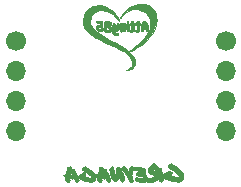
<source format=gbr>
G04 #@! TF.GenerationSoftware,KiCad,Pcbnew,5.1.5-52549c5~84~ubuntu18.04.1*
G04 #@! TF.CreationDate,2019-12-27T14:58:41-07:00*
G04 #@! TF.ProjectId,001,3030312e-6b69-4636-9164-5f7063625858,rev?*
G04 #@! TF.SameCoordinates,Original*
G04 #@! TF.FileFunction,Copper,L2,Bot*
G04 #@! TF.FilePolarity,Positive*
%FSLAX46Y46*%
G04 Gerber Fmt 4.6, Leading zero omitted, Abs format (unit mm)*
G04 Created by KiCad (PCBNEW 5.1.5-52549c5~84~ubuntu18.04.1) date 2019-12-27 14:58:41*
%MOMM*%
%LPD*%
G04 APERTURE LIST*
%ADD10C,0.010000*%
%ADD11O,1.700000X1.700000*%
%ADD12C,1.700000*%
G04 APERTURE END LIST*
D10*
G36*
X140956521Y-79540033D02*
G01*
X140978843Y-79581818D01*
X140978693Y-79597624D01*
X140955658Y-79636793D01*
X140909612Y-79649951D01*
X140853350Y-79633672D01*
X140850409Y-79631971D01*
X140818979Y-79595389D01*
X140817800Y-79552572D01*
X140846209Y-79520536D01*
X140854901Y-79517071D01*
X140910582Y-79515440D01*
X140956521Y-79540033D01*
G37*
X140956521Y-79540033D02*
X140978843Y-79581818D01*
X140978693Y-79597624D01*
X140955658Y-79636793D01*
X140909612Y-79649951D01*
X140853350Y-79633672D01*
X140850409Y-79631971D01*
X140818979Y-79595389D01*
X140817800Y-79552572D01*
X140846209Y-79520536D01*
X140854901Y-79517071D01*
X140910582Y-79515440D01*
X140956521Y-79540033D01*
G36*
X140913919Y-79721787D02*
G01*
X140957081Y-79738923D01*
X140988374Y-79781727D01*
X141009083Y-79854394D01*
X141020496Y-79961115D01*
X141023839Y-80079867D01*
X141021042Y-80214981D01*
X141010074Y-80312247D01*
X140989811Y-80375561D01*
X140959127Y-80408818D01*
X140926633Y-80416400D01*
X140884608Y-80404738D01*
X140853278Y-80363388D01*
X140844037Y-80342997D01*
X140829908Y-80285421D01*
X140819928Y-80198312D01*
X140814305Y-80094263D01*
X140813249Y-79985867D01*
X140816967Y-79885716D01*
X140825670Y-79806403D01*
X140834544Y-79770790D01*
X140859810Y-79729919D01*
X140901331Y-79720685D01*
X140913919Y-79721787D01*
G37*
X140913919Y-79721787D02*
X140957081Y-79738923D01*
X140988374Y-79781727D01*
X141009083Y-79854394D01*
X141020496Y-79961115D01*
X141023839Y-80079867D01*
X141021042Y-80214981D01*
X141010074Y-80312247D01*
X140989811Y-80375561D01*
X140959127Y-80408818D01*
X140926633Y-80416400D01*
X140884608Y-80404738D01*
X140853278Y-80363388D01*
X140844037Y-80342997D01*
X140829908Y-80285421D01*
X140819928Y-80198312D01*
X140814305Y-80094263D01*
X140813249Y-79985867D01*
X140816967Y-79885716D01*
X140825670Y-79806403D01*
X140834544Y-79770790D01*
X140859810Y-79729919D01*
X140901331Y-79720685D01*
X140913919Y-79721787D01*
G36*
X142409311Y-79539150D02*
G01*
X142474809Y-79605508D01*
X142533386Y-79705732D01*
X142583231Y-79837707D01*
X142622530Y-79999315D01*
X142637109Y-80086758D01*
X142650390Y-80221930D01*
X142645481Y-80320166D01*
X142622103Y-80382885D01*
X142579976Y-80411509D01*
X142573040Y-80412809D01*
X142512768Y-80402083D01*
X142463834Y-80356266D01*
X142433011Y-80282357D01*
X142429591Y-80264663D01*
X142412023Y-80204467D01*
X142384176Y-80183351D01*
X142382287Y-80183278D01*
X142333275Y-80177588D01*
X142303184Y-80170973D01*
X142276323Y-80168143D01*
X142261085Y-80184322D01*
X142252103Y-80228762D01*
X142248150Y-80265810D01*
X142237013Y-80334524D01*
X142220281Y-80388699D01*
X142210950Y-80405115D01*
X142163502Y-80433346D01*
X142106086Y-80431910D01*
X142059500Y-80402321D01*
X142043021Y-80358317D01*
X142034228Y-80282182D01*
X142032782Y-80183350D01*
X142038344Y-80071255D01*
X142050574Y-79955333D01*
X142054096Y-79934398D01*
X142274101Y-79934398D01*
X142280043Y-79962515D01*
X142302629Y-79971255D01*
X142326818Y-79971900D01*
X142363347Y-79969090D01*
X142377957Y-79952807D01*
X142376963Y-79911268D01*
X142373574Y-79884671D01*
X142358424Y-79816932D01*
X142336652Y-79772929D01*
X142312765Y-79760304D01*
X142303487Y-79765891D01*
X142293231Y-79793411D01*
X142282907Y-79847330D01*
X142279215Y-79875605D01*
X142274101Y-79934398D01*
X142054096Y-79934398D01*
X142069135Y-79845018D01*
X142081440Y-79791984D01*
X142111101Y-79692347D01*
X142141744Y-79623676D01*
X142178661Y-79574822D01*
X142189444Y-79564442D01*
X142264815Y-79516501D01*
X142338709Y-79508776D01*
X142409311Y-79539150D01*
G37*
X142409311Y-79539150D02*
X142474809Y-79605508D01*
X142533386Y-79705732D01*
X142583231Y-79837707D01*
X142622530Y-79999315D01*
X142637109Y-80086758D01*
X142650390Y-80221930D01*
X142645481Y-80320166D01*
X142622103Y-80382885D01*
X142579976Y-80411509D01*
X142573040Y-80412809D01*
X142512768Y-80402083D01*
X142463834Y-80356266D01*
X142433011Y-80282357D01*
X142429591Y-80264663D01*
X142412023Y-80204467D01*
X142384176Y-80183351D01*
X142382287Y-80183278D01*
X142333275Y-80177588D01*
X142303184Y-80170973D01*
X142276323Y-80168143D01*
X142261085Y-80184322D01*
X142252103Y-80228762D01*
X142248150Y-80265810D01*
X142237013Y-80334524D01*
X142220281Y-80388699D01*
X142210950Y-80405115D01*
X142163502Y-80433346D01*
X142106086Y-80431910D01*
X142059500Y-80402321D01*
X142043021Y-80358317D01*
X142034228Y-80282182D01*
X142032782Y-80183350D01*
X142038344Y-80071255D01*
X142050574Y-79955333D01*
X142054096Y-79934398D01*
X142274101Y-79934398D01*
X142280043Y-79962515D01*
X142302629Y-79971255D01*
X142326818Y-79971900D01*
X142363347Y-79969090D01*
X142377957Y-79952807D01*
X142376963Y-79911268D01*
X142373574Y-79884671D01*
X142358424Y-79816932D01*
X142336652Y-79772929D01*
X142312765Y-79760304D01*
X142303487Y-79765891D01*
X142293231Y-79793411D01*
X142282907Y-79847330D01*
X142279215Y-79875605D01*
X142274101Y-79934398D01*
X142054096Y-79934398D01*
X142069135Y-79845018D01*
X142081440Y-79791984D01*
X142111101Y-79692347D01*
X142141744Y-79623676D01*
X142178661Y-79574822D01*
X142189444Y-79564442D01*
X142264815Y-79516501D01*
X142338709Y-79508776D01*
X142409311Y-79539150D01*
G36*
X138542862Y-79524088D02*
G01*
X138645422Y-79540941D01*
X138713341Y-79558737D01*
X138753740Y-79585351D01*
X138773740Y-79628654D01*
X138780463Y-79696521D01*
X138781043Y-79787437D01*
X138779230Y-79876183D01*
X138774648Y-79949897D01*
X138768121Y-79997554D01*
X138764570Y-80007887D01*
X138718555Y-80044119D01*
X138647596Y-80059294D01*
X138566060Y-80050818D01*
X138506809Y-80040312D01*
X138462330Y-80040222D01*
X138456707Y-80041741D01*
X138424576Y-80074331D01*
X138414321Y-80129680D01*
X138424010Y-80179065D01*
X138457145Y-80214570D01*
X138513311Y-80226465D01*
X138579839Y-80213891D01*
X138622138Y-80192518D01*
X138686642Y-80165496D01*
X138739329Y-80171669D01*
X138771950Y-80208884D01*
X138777662Y-80233064D01*
X138766815Y-80303169D01*
X138722631Y-80361703D01*
X138653317Y-80405234D01*
X138567080Y-80430329D01*
X138472127Y-80433557D01*
X138376664Y-80411483D01*
X138363742Y-80406185D01*
X138286886Y-80350805D01*
X138234273Y-80266272D01*
X138210740Y-80161057D01*
X138209946Y-80136938D01*
X138222919Y-80023317D01*
X138263158Y-79941699D01*
X138332333Y-79890366D01*
X138432112Y-79867603D01*
X138473399Y-79866067D01*
X138532343Y-79864504D01*
X138560412Y-79854059D01*
X138569063Y-79826101D01*
X138569700Y-79793507D01*
X138567864Y-79752011D01*
X138555507Y-79728858D01*
X138522355Y-79716405D01*
X138458137Y-79707008D01*
X138452495Y-79706302D01*
X138351671Y-79684845D01*
X138286267Y-79650979D01*
X138258615Y-79606322D01*
X138261505Y-79573760D01*
X138288434Y-79534861D01*
X138341509Y-79514150D01*
X138425103Y-79510854D01*
X138542862Y-79524088D01*
G37*
X138542862Y-79524088D02*
X138645422Y-79540941D01*
X138713341Y-79558737D01*
X138753740Y-79585351D01*
X138773740Y-79628654D01*
X138780463Y-79696521D01*
X138781043Y-79787437D01*
X138779230Y-79876183D01*
X138774648Y-79949897D01*
X138768121Y-79997554D01*
X138764570Y-80007887D01*
X138718555Y-80044119D01*
X138647596Y-80059294D01*
X138566060Y-80050818D01*
X138506809Y-80040312D01*
X138462330Y-80040222D01*
X138456707Y-80041741D01*
X138424576Y-80074331D01*
X138414321Y-80129680D01*
X138424010Y-80179065D01*
X138457145Y-80214570D01*
X138513311Y-80226465D01*
X138579839Y-80213891D01*
X138622138Y-80192518D01*
X138686642Y-80165496D01*
X138739329Y-80171669D01*
X138771950Y-80208884D01*
X138777662Y-80233064D01*
X138766815Y-80303169D01*
X138722631Y-80361703D01*
X138653317Y-80405234D01*
X138567080Y-80430329D01*
X138472127Y-80433557D01*
X138376664Y-80411483D01*
X138363742Y-80406185D01*
X138286886Y-80350805D01*
X138234273Y-80266272D01*
X138210740Y-80161057D01*
X138209946Y-80136938D01*
X138222919Y-80023317D01*
X138263158Y-79941699D01*
X138332333Y-79890366D01*
X138432112Y-79867603D01*
X138473399Y-79866067D01*
X138532343Y-79864504D01*
X138560412Y-79854059D01*
X138569063Y-79826101D01*
X138569700Y-79793507D01*
X138567864Y-79752011D01*
X138555507Y-79728858D01*
X138522355Y-79716405D01*
X138458137Y-79707008D01*
X138452495Y-79706302D01*
X138351671Y-79684845D01*
X138286267Y-79650979D01*
X138258615Y-79606322D01*
X138261505Y-79573760D01*
X138288434Y-79534861D01*
X138341509Y-79514150D01*
X138425103Y-79510854D01*
X138542862Y-79524088D01*
G36*
X141799530Y-79517209D02*
G01*
X141830577Y-79556791D01*
X141841030Y-79579637D01*
X141861685Y-79640357D01*
X141871558Y-79691573D01*
X141871700Y-79696054D01*
X141886509Y-79732247D01*
X141909324Y-79739067D01*
X141967207Y-79751916D01*
X142009372Y-79783875D01*
X142032062Y-79825063D01*
X142031519Y-79865598D01*
X142003985Y-79895599D01*
X141972242Y-79904514D01*
X141914034Y-79911212D01*
X141914034Y-80109893D01*
X141911577Y-80203462D01*
X141905004Y-80285980D01*
X141895509Y-80344718D01*
X141890533Y-80360153D01*
X141841247Y-80418633D01*
X141758548Y-80451267D01*
X141673666Y-80458734D01*
X141585374Y-80448500D01*
X141532783Y-80417023D01*
X141514328Y-80363142D01*
X141515343Y-80341273D01*
X141525092Y-80300087D01*
X141550584Y-80279307D01*
X141604916Y-80268511D01*
X141607117Y-80268234D01*
X141691784Y-80257650D01*
X141698263Y-80131532D01*
X141699414Y-80023609D01*
X141687076Y-79951763D01*
X141657243Y-79910813D01*
X141605910Y-79895580D01*
X141529071Y-79900883D01*
X141520914Y-79902166D01*
X141448367Y-79913939D01*
X141448367Y-80111257D01*
X141444959Y-80233881D01*
X141433332Y-80321530D01*
X141411382Y-80381117D01*
X141377007Y-80419556D01*
X141349787Y-80435233D01*
X141284226Y-80452869D01*
X141205257Y-80457827D01*
X141131001Y-80450375D01*
X141080180Y-80431231D01*
X141050947Y-80384621D01*
X141049676Y-80341273D01*
X141059425Y-80300087D01*
X141084917Y-80279307D01*
X141139249Y-80268511D01*
X141141450Y-80268234D01*
X141226117Y-80257650D01*
X141226117Y-79922760D01*
X141153450Y-79898294D01*
X141084645Y-79863021D01*
X141053350Y-79820823D01*
X141059720Y-79778743D01*
X141103912Y-79743819D01*
X141149706Y-79728995D01*
X141190957Y-79713295D01*
X141201660Y-79681824D01*
X141199114Y-79655982D01*
X141202286Y-79584134D01*
X141230710Y-79531057D01*
X141278451Y-79506777D01*
X141287770Y-79506234D01*
X141343206Y-79521508D01*
X141379768Y-79569768D01*
X141399852Y-79651424D01*
X141412072Y-79707634D01*
X141435491Y-79735384D01*
X141470990Y-79746766D01*
X141535569Y-79748334D01*
X141595491Y-79736259D01*
X141642177Y-79711771D01*
X141658940Y-79673277D01*
X141660034Y-79650938D01*
X141672393Y-79570316D01*
X141707871Y-79520961D01*
X141757108Y-79506234D01*
X141799530Y-79517209D01*
G37*
X141799530Y-79517209D02*
X141830577Y-79556791D01*
X141841030Y-79579637D01*
X141861685Y-79640357D01*
X141871558Y-79691573D01*
X141871700Y-79696054D01*
X141886509Y-79732247D01*
X141909324Y-79739067D01*
X141967207Y-79751916D01*
X142009372Y-79783875D01*
X142032062Y-79825063D01*
X142031519Y-79865598D01*
X142003985Y-79895599D01*
X141972242Y-79904514D01*
X141914034Y-79911212D01*
X141914034Y-80109893D01*
X141911577Y-80203462D01*
X141905004Y-80285980D01*
X141895509Y-80344718D01*
X141890533Y-80360153D01*
X141841247Y-80418633D01*
X141758548Y-80451267D01*
X141673666Y-80458734D01*
X141585374Y-80448500D01*
X141532783Y-80417023D01*
X141514328Y-80363142D01*
X141515343Y-80341273D01*
X141525092Y-80300087D01*
X141550584Y-80279307D01*
X141604916Y-80268511D01*
X141607117Y-80268234D01*
X141691784Y-80257650D01*
X141698263Y-80131532D01*
X141699414Y-80023609D01*
X141687076Y-79951763D01*
X141657243Y-79910813D01*
X141605910Y-79895580D01*
X141529071Y-79900883D01*
X141520914Y-79902166D01*
X141448367Y-79913939D01*
X141448367Y-80111257D01*
X141444959Y-80233881D01*
X141433332Y-80321530D01*
X141411382Y-80381117D01*
X141377007Y-80419556D01*
X141349787Y-80435233D01*
X141284226Y-80452869D01*
X141205257Y-80457827D01*
X141131001Y-80450375D01*
X141080180Y-80431231D01*
X141050947Y-80384621D01*
X141049676Y-80341273D01*
X141059425Y-80300087D01*
X141084917Y-80279307D01*
X141139249Y-80268511D01*
X141141450Y-80268234D01*
X141226117Y-80257650D01*
X141226117Y-79922760D01*
X141153450Y-79898294D01*
X141084645Y-79863021D01*
X141053350Y-79820823D01*
X141059720Y-79778743D01*
X141103912Y-79743819D01*
X141149706Y-79728995D01*
X141190957Y-79713295D01*
X141201660Y-79681824D01*
X141199114Y-79655982D01*
X141202286Y-79584134D01*
X141230710Y-79531057D01*
X141278451Y-79506777D01*
X141287770Y-79506234D01*
X141343206Y-79521508D01*
X141379768Y-79569768D01*
X141399852Y-79651424D01*
X141412072Y-79707634D01*
X141435491Y-79735384D01*
X141470990Y-79746766D01*
X141535569Y-79748334D01*
X141595491Y-79736259D01*
X141642177Y-79711771D01*
X141658940Y-79673277D01*
X141660034Y-79650938D01*
X141672393Y-79570316D01*
X141707871Y-79520961D01*
X141757108Y-79506234D01*
X141799530Y-79517209D01*
G36*
X140695224Y-79719312D02*
G01*
X140721736Y-79762612D01*
X140738559Y-79834924D01*
X140746916Y-79940911D01*
X140748360Y-80045984D01*
X140743973Y-80194902D01*
X140731589Y-80305144D01*
X140710448Y-80379743D01*
X140679791Y-80421732D01*
X140651369Y-80433480D01*
X140599248Y-80422971D01*
X140563179Y-80374058D01*
X140543005Y-80286402D01*
X140538200Y-80190436D01*
X140532136Y-80075758D01*
X140514746Y-79991564D01*
X140487232Y-79941846D01*
X140459582Y-79929567D01*
X140446805Y-79936375D01*
X140439676Y-79961222D01*
X140437771Y-80010739D01*
X140440669Y-80091557D01*
X140444796Y-80161929D01*
X140450435Y-80275066D01*
X140450320Y-80352743D01*
X140444152Y-80401482D01*
X140432758Y-80426512D01*
X140391380Y-80455941D01*
X140349363Y-80443938D01*
X140305475Y-80390322D01*
X140266717Y-80304271D01*
X140239398Y-80198846D01*
X140223987Y-80084508D01*
X140220956Y-79971716D01*
X140230775Y-79870932D01*
X140253915Y-79792615D01*
X140277020Y-79758007D01*
X140332822Y-79725986D01*
X140404756Y-79713525D01*
X140473493Y-79722145D01*
X140507420Y-79739871D01*
X140538155Y-79753974D01*
X140571836Y-79736139D01*
X140579356Y-79729549D01*
X140624280Y-79704094D01*
X140657802Y-79700357D01*
X140695224Y-79719312D01*
G37*
X140695224Y-79719312D02*
X140721736Y-79762612D01*
X140738559Y-79834924D01*
X140746916Y-79940911D01*
X140748360Y-80045984D01*
X140743973Y-80194902D01*
X140731589Y-80305144D01*
X140710448Y-80379743D01*
X140679791Y-80421732D01*
X140651369Y-80433480D01*
X140599248Y-80422971D01*
X140563179Y-80374058D01*
X140543005Y-80286402D01*
X140538200Y-80190436D01*
X140532136Y-80075758D01*
X140514746Y-79991564D01*
X140487232Y-79941846D01*
X140459582Y-79929567D01*
X140446805Y-79936375D01*
X140439676Y-79961222D01*
X140437771Y-80010739D01*
X140440669Y-80091557D01*
X140444796Y-80161929D01*
X140450435Y-80275066D01*
X140450320Y-80352743D01*
X140444152Y-80401482D01*
X140432758Y-80426512D01*
X140391380Y-80455941D01*
X140349363Y-80443938D01*
X140305475Y-80390322D01*
X140266717Y-80304271D01*
X140239398Y-80198846D01*
X140223987Y-80084508D01*
X140220956Y-79971716D01*
X140230775Y-79870932D01*
X140253915Y-79792615D01*
X140277020Y-79758007D01*
X140332822Y-79725986D01*
X140404756Y-79713525D01*
X140473493Y-79722145D01*
X140507420Y-79739871D01*
X140538155Y-79753974D01*
X140571836Y-79736139D01*
X140579356Y-79729549D01*
X140624280Y-79704094D01*
X140657802Y-79700357D01*
X140695224Y-79719312D01*
G36*
X139251641Y-79530366D02*
G01*
X139346345Y-79563727D01*
X139427287Y-79615211D01*
X139428619Y-79616371D01*
X139476005Y-79665116D01*
X139496852Y-79712978D01*
X139501034Y-79770123D01*
X139492324Y-79843904D01*
X139460740Y-79899438D01*
X139445453Y-79915875D01*
X139389872Y-79971455D01*
X139466620Y-80056405D01*
X139515447Y-80118091D01*
X139538331Y-80172320D01*
X139543367Y-80227353D01*
X139534293Y-80315439D01*
X139501780Y-80377281D01*
X139437890Y-80426029D01*
X139416502Y-80437498D01*
X139311195Y-80471007D01*
X139190501Y-80477847D01*
X139071993Y-80457916D01*
X139023120Y-80439761D01*
X138929420Y-80378443D01*
X138868671Y-80299176D01*
X138842169Y-80209461D01*
X138843379Y-80197057D01*
X139061830Y-80197057D01*
X139089709Y-80248642D01*
X139143644Y-80280419D01*
X139214151Y-80288157D01*
X139282290Y-80270854D01*
X139300620Y-80259778D01*
X139327422Y-80233291D01*
X139325150Y-80202599D01*
X139312919Y-80177441D01*
X139272015Y-80126514D01*
X139232456Y-80096763D01*
X139187029Y-80079997D01*
X139144634Y-80089591D01*
X139123811Y-80100452D01*
X139072624Y-80145258D01*
X139061830Y-80197057D01*
X138843379Y-80197057D01*
X138851212Y-80116799D01*
X138897098Y-80028693D01*
X138943677Y-79980440D01*
X138996166Y-79936062D01*
X138941683Y-79855778D01*
X138896311Y-79762446D01*
X138893452Y-79728964D01*
X139106337Y-79728964D01*
X139107668Y-79771015D01*
X139137993Y-79802673D01*
X139184325Y-79818976D01*
X139233673Y-79814959D01*
X139268945Y-79791086D01*
X139283200Y-79754826D01*
X139257673Y-79726740D01*
X139191309Y-79705704D01*
X139188490Y-79705133D01*
X139137603Y-79700753D01*
X139111894Y-79717424D01*
X139106337Y-79728964D01*
X138893452Y-79728964D01*
X138889162Y-79678751D01*
X138916513Y-79608601D01*
X138974644Y-79555903D01*
X139059832Y-79524564D01*
X139168356Y-79518490D01*
X139251641Y-79530366D01*
G37*
X139251641Y-79530366D02*
X139346345Y-79563727D01*
X139427287Y-79615211D01*
X139428619Y-79616371D01*
X139476005Y-79665116D01*
X139496852Y-79712978D01*
X139501034Y-79770123D01*
X139492324Y-79843904D01*
X139460740Y-79899438D01*
X139445453Y-79915875D01*
X139389872Y-79971455D01*
X139466620Y-80056405D01*
X139515447Y-80118091D01*
X139538331Y-80172320D01*
X139543367Y-80227353D01*
X139534293Y-80315439D01*
X139501780Y-80377281D01*
X139437890Y-80426029D01*
X139416502Y-80437498D01*
X139311195Y-80471007D01*
X139190501Y-80477847D01*
X139071993Y-80457916D01*
X139023120Y-80439761D01*
X138929420Y-80378443D01*
X138868671Y-80299176D01*
X138842169Y-80209461D01*
X138843379Y-80197057D01*
X139061830Y-80197057D01*
X139089709Y-80248642D01*
X139143644Y-80280419D01*
X139214151Y-80288157D01*
X139282290Y-80270854D01*
X139300620Y-80259778D01*
X139327422Y-80233291D01*
X139325150Y-80202599D01*
X139312919Y-80177441D01*
X139272015Y-80126514D01*
X139232456Y-80096763D01*
X139187029Y-80079997D01*
X139144634Y-80089591D01*
X139123811Y-80100452D01*
X139072624Y-80145258D01*
X139061830Y-80197057D01*
X138843379Y-80197057D01*
X138851212Y-80116799D01*
X138897098Y-80028693D01*
X138943677Y-79980440D01*
X138996166Y-79936062D01*
X138941683Y-79855778D01*
X138896311Y-79762446D01*
X138893452Y-79728964D01*
X139106337Y-79728964D01*
X139107668Y-79771015D01*
X139137993Y-79802673D01*
X139184325Y-79818976D01*
X139233673Y-79814959D01*
X139268945Y-79791086D01*
X139283200Y-79754826D01*
X139257673Y-79726740D01*
X139191309Y-79705704D01*
X139188490Y-79705133D01*
X139137603Y-79700753D01*
X139111894Y-79717424D01*
X139106337Y-79728964D01*
X138893452Y-79728964D01*
X138889162Y-79678751D01*
X138916513Y-79608601D01*
X138974644Y-79555903D01*
X139059832Y-79524564D01*
X139168356Y-79518490D01*
X139251641Y-79530366D01*
G36*
X140082431Y-79725292D02*
G01*
X140121120Y-79760859D01*
X140150988Y-79828359D01*
X140170543Y-79918029D01*
X140178295Y-80020108D01*
X140172751Y-80124832D01*
X140156353Y-80209062D01*
X140115514Y-80290954D01*
X140051419Y-80346812D01*
X139973733Y-80372658D01*
X139892120Y-80364514D01*
X139841156Y-80338838D01*
X139790860Y-80303608D01*
X139802791Y-80392561D01*
X139818896Y-80463132D01*
X139843550Y-80524588D01*
X139849266Y-80534234D01*
X139874489Y-80565668D01*
X139904944Y-80578527D01*
X139955681Y-80577121D01*
X139986043Y-80573394D01*
X140061061Y-80569386D01*
X140101610Y-80584540D01*
X140112514Y-80622273D01*
X140106469Y-80658644D01*
X140073072Y-80706263D01*
X140008798Y-80742108D01*
X139928010Y-80768548D01*
X139865358Y-80772255D01*
X139807950Y-80756040D01*
X139727973Y-80700138D01*
X139665841Y-80606251D01*
X139621773Y-80474882D01*
X139595985Y-80306534D01*
X139592354Y-80257650D01*
X139589630Y-80100531D01*
X139600945Y-79966668D01*
X139625189Y-79860064D01*
X139661250Y-79784721D01*
X139708015Y-79744643D01*
X139736403Y-79739067D01*
X139780024Y-79758396D01*
X139807294Y-79816489D01*
X139818280Y-79913504D01*
X139818534Y-79934713D01*
X139827364Y-80030353D01*
X139852920Y-80092215D01*
X139893797Y-80117652D01*
X139915183Y-80116840D01*
X139936569Y-80106951D01*
X139950878Y-80081349D01*
X139960843Y-80031310D01*
X139969197Y-79948108D01*
X139969611Y-79943050D01*
X139984738Y-79830126D01*
X140008873Y-79757385D01*
X140042704Y-79723500D01*
X140082431Y-79725292D01*
G37*
X140082431Y-79725292D02*
X140121120Y-79760859D01*
X140150988Y-79828359D01*
X140170543Y-79918029D01*
X140178295Y-80020108D01*
X140172751Y-80124832D01*
X140156353Y-80209062D01*
X140115514Y-80290954D01*
X140051419Y-80346812D01*
X139973733Y-80372658D01*
X139892120Y-80364514D01*
X139841156Y-80338838D01*
X139790860Y-80303608D01*
X139802791Y-80392561D01*
X139818896Y-80463132D01*
X139843550Y-80524588D01*
X139849266Y-80534234D01*
X139874489Y-80565668D01*
X139904944Y-80578527D01*
X139955681Y-80577121D01*
X139986043Y-80573394D01*
X140061061Y-80569386D01*
X140101610Y-80584540D01*
X140112514Y-80622273D01*
X140106469Y-80658644D01*
X140073072Y-80706263D01*
X140008798Y-80742108D01*
X139928010Y-80768548D01*
X139865358Y-80772255D01*
X139807950Y-80756040D01*
X139727973Y-80700138D01*
X139665841Y-80606251D01*
X139621773Y-80474882D01*
X139595985Y-80306534D01*
X139592354Y-80257650D01*
X139589630Y-80100531D01*
X139600945Y-79966668D01*
X139625189Y-79860064D01*
X139661250Y-79784721D01*
X139708015Y-79744643D01*
X139736403Y-79739067D01*
X139780024Y-79758396D01*
X139807294Y-79816489D01*
X139818280Y-79913504D01*
X139818534Y-79934713D01*
X139827364Y-80030353D01*
X139852920Y-80092215D01*
X139893797Y-80117652D01*
X139915183Y-80116840D01*
X139936569Y-80106951D01*
X139950878Y-80081349D01*
X139960843Y-80031310D01*
X139969197Y-79948108D01*
X139969611Y-79943050D01*
X139984738Y-79830126D01*
X140008873Y-79757385D01*
X140042704Y-79723500D01*
X140082431Y-79725292D01*
G36*
X142121729Y-78115971D02*
G01*
X142376099Y-78148033D01*
X142601470Y-78210407D01*
X142798760Y-78303454D01*
X142968887Y-78427533D01*
X143008404Y-78464548D01*
X143144418Y-78622965D01*
X143246744Y-78798553D01*
X143316260Y-78994190D01*
X143353845Y-79212754D01*
X143360378Y-79457126D01*
X143352186Y-79590900D01*
X143309396Y-79848897D01*
X143226625Y-80111112D01*
X143105636Y-80374724D01*
X142948192Y-80636914D01*
X142756056Y-80894863D01*
X142530992Y-81145751D01*
X142274762Y-81386759D01*
X142178309Y-81468040D01*
X142052654Y-81564456D01*
X141901342Y-81670348D01*
X141737173Y-81777495D01*
X141572946Y-81877676D01*
X141421460Y-81962672D01*
X141356018Y-81996159D01*
X141239587Y-82051870D01*
X141156454Y-82087947D01*
X141103018Y-82105507D01*
X141075680Y-82105672D01*
X141070841Y-82089559D01*
X141072286Y-82084391D01*
X141091513Y-82063879D01*
X141139202Y-82023529D01*
X141209366Y-81968114D01*
X141296020Y-81902402D01*
X141357775Y-81856850D01*
X141679970Y-81607971D01*
X141961192Y-81361189D01*
X142202653Y-81115077D01*
X142405567Y-80868210D01*
X142571147Y-80619160D01*
X142700605Y-80366502D01*
X142765058Y-80202263D01*
X142795181Y-80111902D01*
X142814951Y-80038929D01*
X142826465Y-79969384D01*
X142831819Y-79889307D01*
X142833111Y-79784737D01*
X142833031Y-79749650D01*
X142831512Y-79634598D01*
X142826786Y-79549532D01*
X142817068Y-79482129D01*
X142800573Y-79420064D01*
X142775515Y-79351016D01*
X142775149Y-79350078D01*
X142672623Y-79144693D01*
X142536028Y-78961662D01*
X142369620Y-78805580D01*
X142177658Y-78681047D01*
X142136284Y-78660192D01*
X141943469Y-78582373D01*
X141758502Y-78540945D01*
X141570106Y-78534532D01*
X141367002Y-78561758D01*
X141353117Y-78564640D01*
X141135289Y-78631536D01*
X140919365Y-78738833D01*
X140708405Y-78884615D01*
X140505467Y-79066965D01*
X140437748Y-79138145D01*
X140371738Y-79208759D01*
X140315537Y-79266065D01*
X140275496Y-79303767D01*
X140258542Y-79315734D01*
X140245172Y-79300598D01*
X140256002Y-79258736D01*
X140287571Y-79195464D01*
X140336413Y-79116098D01*
X140399067Y-79025957D01*
X140472069Y-78930356D01*
X140551955Y-78834612D01*
X140621946Y-78757861D01*
X140845965Y-78548085D01*
X141078238Y-78379689D01*
X141319360Y-78252419D01*
X141569927Y-78166019D01*
X141830535Y-78120234D01*
X142101777Y-78114811D01*
X142121729Y-78115971D01*
G37*
X142121729Y-78115971D02*
X142376099Y-78148033D01*
X142601470Y-78210407D01*
X142798760Y-78303454D01*
X142968887Y-78427533D01*
X143008404Y-78464548D01*
X143144418Y-78622965D01*
X143246744Y-78798553D01*
X143316260Y-78994190D01*
X143353845Y-79212754D01*
X143360378Y-79457126D01*
X143352186Y-79590900D01*
X143309396Y-79848897D01*
X143226625Y-80111112D01*
X143105636Y-80374724D01*
X142948192Y-80636914D01*
X142756056Y-80894863D01*
X142530992Y-81145751D01*
X142274762Y-81386759D01*
X142178309Y-81468040D01*
X142052654Y-81564456D01*
X141901342Y-81670348D01*
X141737173Y-81777495D01*
X141572946Y-81877676D01*
X141421460Y-81962672D01*
X141356018Y-81996159D01*
X141239587Y-82051870D01*
X141156454Y-82087947D01*
X141103018Y-82105507D01*
X141075680Y-82105672D01*
X141070841Y-82089559D01*
X141072286Y-82084391D01*
X141091513Y-82063879D01*
X141139202Y-82023529D01*
X141209366Y-81968114D01*
X141296020Y-81902402D01*
X141357775Y-81856850D01*
X141679970Y-81607971D01*
X141961192Y-81361189D01*
X142202653Y-81115077D01*
X142405567Y-80868210D01*
X142571147Y-80619160D01*
X142700605Y-80366502D01*
X142765058Y-80202263D01*
X142795181Y-80111902D01*
X142814951Y-80038929D01*
X142826465Y-79969384D01*
X142831819Y-79889307D01*
X142833111Y-79784737D01*
X142833031Y-79749650D01*
X142831512Y-79634598D01*
X142826786Y-79549532D01*
X142817068Y-79482129D01*
X142800573Y-79420064D01*
X142775515Y-79351016D01*
X142775149Y-79350078D01*
X142672623Y-79144693D01*
X142536028Y-78961662D01*
X142369620Y-78805580D01*
X142177658Y-78681047D01*
X142136284Y-78660192D01*
X141943469Y-78582373D01*
X141758502Y-78540945D01*
X141570106Y-78534532D01*
X141367002Y-78561758D01*
X141353117Y-78564640D01*
X141135289Y-78631536D01*
X140919365Y-78738833D01*
X140708405Y-78884615D01*
X140505467Y-79066965D01*
X140437748Y-79138145D01*
X140371738Y-79208759D01*
X140315537Y-79266065D01*
X140275496Y-79303767D01*
X140258542Y-79315734D01*
X140245172Y-79300598D01*
X140256002Y-79258736D01*
X140287571Y-79195464D01*
X140336413Y-79116098D01*
X140399067Y-79025957D01*
X140472069Y-78930356D01*
X140551955Y-78834612D01*
X140621946Y-78757861D01*
X140845965Y-78548085D01*
X141078238Y-78379689D01*
X141319360Y-78252419D01*
X141569927Y-78166019D01*
X141830535Y-78120234D01*
X142101777Y-78114811D01*
X142121729Y-78115971D01*
G36*
X138664935Y-78232514D02*
G01*
X138905717Y-78283363D01*
X139142058Y-78369704D01*
X139369492Y-78489575D01*
X139583556Y-78641016D01*
X139779785Y-78822064D01*
X139943143Y-79016350D01*
X140003506Y-79102789D01*
X140064476Y-79198501D01*
X140121320Y-79295034D01*
X140169308Y-79383941D01*
X140203709Y-79456771D01*
X140219792Y-79505077D01*
X140220402Y-79511525D01*
X140215163Y-79540715D01*
X140196805Y-79543040D01*
X140162380Y-79516401D01*
X140108940Y-79458702D01*
X140054211Y-79393297D01*
X139857126Y-79177369D01*
X139647586Y-78995448D01*
X139428445Y-78849116D01*
X139202557Y-78739952D01*
X138972778Y-78669537D01*
X138741962Y-78639450D01*
X138690583Y-78638400D01*
X138483886Y-78656327D01*
X138298012Y-78709448D01*
X138134969Y-78796775D01*
X137996763Y-78917320D01*
X137916805Y-79019535D01*
X137829943Y-79165165D01*
X137773703Y-79300614D01*
X137743634Y-79439405D01*
X137735319Y-79570763D01*
X137735977Y-79664182D01*
X137742695Y-79732790D01*
X137759437Y-79794057D01*
X137790167Y-79865452D01*
X137812708Y-79911808D01*
X137875560Y-80021318D01*
X137956942Y-80130996D01*
X138059068Y-80242469D01*
X138184154Y-80357368D01*
X138334417Y-80477319D01*
X138512072Y-80603951D01*
X138719335Y-80738893D01*
X138958421Y-80883772D01*
X139231546Y-81040218D01*
X139540927Y-81209858D01*
X139680950Y-81284763D01*
X139820262Y-81359110D01*
X139954334Y-81431208D01*
X140076388Y-81497371D01*
X140179647Y-81553913D01*
X140257336Y-81597148D01*
X140294784Y-81618647D01*
X140525868Y-81764065D01*
X140742751Y-81917694D01*
X140940260Y-82075146D01*
X141113223Y-82232033D01*
X141256470Y-82383969D01*
X141364630Y-82526264D01*
X141457612Y-82698567D01*
X141512911Y-82870102D01*
X141531330Y-83036930D01*
X141513673Y-83195115D01*
X141460744Y-83340720D01*
X141373348Y-83469808D01*
X141252288Y-83578443D01*
X141135933Y-83646010D01*
X141068613Y-83672088D01*
X140990342Y-83693919D01*
X140911287Y-83709860D01*
X140841615Y-83718269D01*
X140791494Y-83717503D01*
X140771091Y-83705920D01*
X140771034Y-83704962D01*
X140789433Y-83688963D01*
X140838181Y-83663996D01*
X140907603Y-83634883D01*
X140924492Y-83628474D01*
X141071235Y-83561386D01*
X141181012Y-83482010D01*
X141258263Y-83386863D01*
X141277133Y-83351910D01*
X141315206Y-83226732D01*
X141319552Y-83085142D01*
X141292236Y-82933333D01*
X141235324Y-82777497D01*
X141150879Y-82623827D01*
X141040968Y-82478517D01*
X140956849Y-82391483D01*
X140881747Y-82325002D01*
X140798302Y-82259553D01*
X140703186Y-82193334D01*
X140593069Y-82124541D01*
X140464623Y-82051373D01*
X140314521Y-81972028D01*
X140139433Y-81884702D01*
X139936032Y-81787593D01*
X139700989Y-81678900D01*
X139430976Y-81556818D01*
X139342284Y-81517148D01*
X139017310Y-81369651D01*
X138729569Y-81233616D01*
X138476064Y-81107322D01*
X138253797Y-80989049D01*
X138059774Y-80877075D01*
X137890997Y-80769680D01*
X137744470Y-80665143D01*
X137617196Y-80561743D01*
X137517576Y-80469166D01*
X137369083Y-80300018D01*
X137260383Y-80125739D01*
X137188942Y-79941936D01*
X137171019Y-79868601D01*
X137160385Y-79784772D01*
X137155611Y-79673363D01*
X137156223Y-79546256D01*
X137161748Y-79415332D01*
X137171711Y-79292474D01*
X137185637Y-79189562D01*
X137200695Y-79125234D01*
X137294294Y-78899010D01*
X137415714Y-78704690D01*
X137564931Y-78542297D01*
X137741916Y-78411856D01*
X137946645Y-78313388D01*
X138179091Y-78246918D01*
X138187899Y-78245137D01*
X138424174Y-78219118D01*
X138664935Y-78232514D01*
G37*
X138664935Y-78232514D02*
X138905717Y-78283363D01*
X139142058Y-78369704D01*
X139369492Y-78489575D01*
X139583556Y-78641016D01*
X139779785Y-78822064D01*
X139943143Y-79016350D01*
X140003506Y-79102789D01*
X140064476Y-79198501D01*
X140121320Y-79295034D01*
X140169308Y-79383941D01*
X140203709Y-79456771D01*
X140219792Y-79505077D01*
X140220402Y-79511525D01*
X140215163Y-79540715D01*
X140196805Y-79543040D01*
X140162380Y-79516401D01*
X140108940Y-79458702D01*
X140054211Y-79393297D01*
X139857126Y-79177369D01*
X139647586Y-78995448D01*
X139428445Y-78849116D01*
X139202557Y-78739952D01*
X138972778Y-78669537D01*
X138741962Y-78639450D01*
X138690583Y-78638400D01*
X138483886Y-78656327D01*
X138298012Y-78709448D01*
X138134969Y-78796775D01*
X137996763Y-78917320D01*
X137916805Y-79019535D01*
X137829943Y-79165165D01*
X137773703Y-79300614D01*
X137743634Y-79439405D01*
X137735319Y-79570763D01*
X137735977Y-79664182D01*
X137742695Y-79732790D01*
X137759437Y-79794057D01*
X137790167Y-79865452D01*
X137812708Y-79911808D01*
X137875560Y-80021318D01*
X137956942Y-80130996D01*
X138059068Y-80242469D01*
X138184154Y-80357368D01*
X138334417Y-80477319D01*
X138512072Y-80603951D01*
X138719335Y-80738893D01*
X138958421Y-80883772D01*
X139231546Y-81040218D01*
X139540927Y-81209858D01*
X139680950Y-81284763D01*
X139820262Y-81359110D01*
X139954334Y-81431208D01*
X140076388Y-81497371D01*
X140179647Y-81553913D01*
X140257336Y-81597148D01*
X140294784Y-81618647D01*
X140525868Y-81764065D01*
X140742751Y-81917694D01*
X140940260Y-82075146D01*
X141113223Y-82232033D01*
X141256470Y-82383969D01*
X141364630Y-82526264D01*
X141457612Y-82698567D01*
X141512911Y-82870102D01*
X141531330Y-83036930D01*
X141513673Y-83195115D01*
X141460744Y-83340720D01*
X141373348Y-83469808D01*
X141252288Y-83578443D01*
X141135933Y-83646010D01*
X141068613Y-83672088D01*
X140990342Y-83693919D01*
X140911287Y-83709860D01*
X140841615Y-83718269D01*
X140791494Y-83717503D01*
X140771091Y-83705920D01*
X140771034Y-83704962D01*
X140789433Y-83688963D01*
X140838181Y-83663996D01*
X140907603Y-83634883D01*
X140924492Y-83628474D01*
X141071235Y-83561386D01*
X141181012Y-83482010D01*
X141258263Y-83386863D01*
X141277133Y-83351910D01*
X141315206Y-83226732D01*
X141319552Y-83085142D01*
X141292236Y-82933333D01*
X141235324Y-82777497D01*
X141150879Y-82623827D01*
X141040968Y-82478517D01*
X140956849Y-82391483D01*
X140881747Y-82325002D01*
X140798302Y-82259553D01*
X140703186Y-82193334D01*
X140593069Y-82124541D01*
X140464623Y-82051373D01*
X140314521Y-81972028D01*
X140139433Y-81884702D01*
X139936032Y-81787593D01*
X139700989Y-81678900D01*
X139430976Y-81556818D01*
X139342284Y-81517148D01*
X139017310Y-81369651D01*
X138729569Y-81233616D01*
X138476064Y-81107322D01*
X138253797Y-80989049D01*
X138059774Y-80877075D01*
X137890997Y-80769680D01*
X137744470Y-80665143D01*
X137617196Y-80561743D01*
X137517576Y-80469166D01*
X137369083Y-80300018D01*
X137260383Y-80125739D01*
X137188942Y-79941936D01*
X137171019Y-79868601D01*
X137160385Y-79784772D01*
X137155611Y-79673363D01*
X137156223Y-79546256D01*
X137161748Y-79415332D01*
X137171711Y-79292474D01*
X137185637Y-79189562D01*
X137200695Y-79125234D01*
X137294294Y-78899010D01*
X137415714Y-78704690D01*
X137564931Y-78542297D01*
X137741916Y-78411856D01*
X137946645Y-78313388D01*
X138179091Y-78246918D01*
X138187899Y-78245137D01*
X138424174Y-78219118D01*
X138664935Y-78232514D01*
G36*
X139618903Y-91865895D02*
G01*
X139642369Y-91919147D01*
X139668583Y-91998309D01*
X139695008Y-92095535D01*
X139719107Y-92202977D01*
X139723882Y-92227400D01*
X139760516Y-92387107D01*
X139803649Y-92510791D01*
X139855586Y-92604556D01*
X139876647Y-92631883D01*
X139914968Y-92671191D01*
X139938757Y-92677577D01*
X139948337Y-92668089D01*
X139959081Y-92631498D01*
X139965164Y-92571295D01*
X139966815Y-92499608D01*
X139964263Y-92428563D01*
X139957737Y-92370288D01*
X139947466Y-92336911D01*
X139942006Y-92333234D01*
X139926927Y-92325514D01*
X139929828Y-92320717D01*
X139931876Y-92294670D01*
X139922334Y-92243763D01*
X139915496Y-92218987D01*
X139901016Y-92124265D01*
X139922832Y-92043914D01*
X139969133Y-91981393D01*
X140006881Y-91950693D01*
X140060265Y-91917634D01*
X140116560Y-91888756D01*
X140163041Y-91870595D01*
X140186853Y-91869547D01*
X140197884Y-91890261D01*
X140224531Y-91943807D01*
X140264174Y-92024811D01*
X140314192Y-92127900D01*
X140371964Y-92247701D01*
X140412992Y-92333156D01*
X140485157Y-92486527D01*
X140544192Y-92617802D01*
X140588530Y-92723234D01*
X140616603Y-92799079D01*
X140626845Y-92841589D01*
X140626802Y-92844270D01*
X140611878Y-92917783D01*
X140581457Y-92996105D01*
X140541603Y-93068798D01*
X140498382Y-93125427D01*
X140457859Y-93155553D01*
X140444552Y-93157886D01*
X140410746Y-93147852D01*
X140366047Y-93126755D01*
X140314995Y-93076244D01*
X140296428Y-93022474D01*
X140276785Y-92957003D01*
X140244441Y-92882742D01*
X140232456Y-92860290D01*
X140182365Y-92772104D01*
X140145623Y-92843710D01*
X140079392Y-92949589D01*
X140002715Y-93034466D01*
X139922700Y-93092056D01*
X139846452Y-93116072D01*
X139837363Y-93116400D01*
X139784176Y-93099703D01*
X139718485Y-93055026D01*
X139649893Y-92990492D01*
X139588002Y-92914225D01*
X139574622Y-92894150D01*
X139530423Y-92808961D01*
X139492390Y-92707922D01*
X139466601Y-92609375D01*
X139458874Y-92544900D01*
X139444539Y-92418115D01*
X139409035Y-92281939D01*
X139372949Y-92189918D01*
X139348423Y-92130801D01*
X139343073Y-92090959D01*
X139355477Y-92052680D01*
X139361048Y-92041546D01*
X139391268Y-92002075D01*
X139441361Y-91953461D01*
X139499732Y-91905143D01*
X139554788Y-91866563D01*
X139594934Y-91847158D01*
X139600721Y-91846400D01*
X139618903Y-91865895D01*
G37*
X139618903Y-91865895D02*
X139642369Y-91919147D01*
X139668583Y-91998309D01*
X139695008Y-92095535D01*
X139719107Y-92202977D01*
X139723882Y-92227400D01*
X139760516Y-92387107D01*
X139803649Y-92510791D01*
X139855586Y-92604556D01*
X139876647Y-92631883D01*
X139914968Y-92671191D01*
X139938757Y-92677577D01*
X139948337Y-92668089D01*
X139959081Y-92631498D01*
X139965164Y-92571295D01*
X139966815Y-92499608D01*
X139964263Y-92428563D01*
X139957737Y-92370288D01*
X139947466Y-92336911D01*
X139942006Y-92333234D01*
X139926927Y-92325514D01*
X139929828Y-92320717D01*
X139931876Y-92294670D01*
X139922334Y-92243763D01*
X139915496Y-92218987D01*
X139901016Y-92124265D01*
X139922832Y-92043914D01*
X139969133Y-91981393D01*
X140006881Y-91950693D01*
X140060265Y-91917634D01*
X140116560Y-91888756D01*
X140163041Y-91870595D01*
X140186853Y-91869547D01*
X140197884Y-91890261D01*
X140224531Y-91943807D01*
X140264174Y-92024811D01*
X140314192Y-92127900D01*
X140371964Y-92247701D01*
X140412992Y-92333156D01*
X140485157Y-92486527D01*
X140544192Y-92617802D01*
X140588530Y-92723234D01*
X140616603Y-92799079D01*
X140626845Y-92841589D01*
X140626802Y-92844270D01*
X140611878Y-92917783D01*
X140581457Y-92996105D01*
X140541603Y-93068798D01*
X140498382Y-93125427D01*
X140457859Y-93155553D01*
X140444552Y-93157886D01*
X140410746Y-93147852D01*
X140366047Y-93126755D01*
X140314995Y-93076244D01*
X140296428Y-93022474D01*
X140276785Y-92957003D01*
X140244441Y-92882742D01*
X140232456Y-92860290D01*
X140182365Y-92772104D01*
X140145623Y-92843710D01*
X140079392Y-92949589D01*
X140002715Y-93034466D01*
X139922700Y-93092056D01*
X139846452Y-93116072D01*
X139837363Y-93116400D01*
X139784176Y-93099703D01*
X139718485Y-93055026D01*
X139649893Y-92990492D01*
X139588002Y-92914225D01*
X139574622Y-92894150D01*
X139530423Y-92808961D01*
X139492390Y-92707922D01*
X139466601Y-92609375D01*
X139458874Y-92544900D01*
X139444539Y-92418115D01*
X139409035Y-92281939D01*
X139372949Y-92189918D01*
X139348423Y-92130801D01*
X139343073Y-92090959D01*
X139355477Y-92052680D01*
X139361048Y-92041546D01*
X139391268Y-92002075D01*
X139441361Y-91953461D01*
X139499732Y-91905143D01*
X139554788Y-91866563D01*
X139594934Y-91847158D01*
X139600721Y-91846400D01*
X139618903Y-91865895D01*
G36*
X141611908Y-91873885D02*
G01*
X141698408Y-91884115D01*
X141721477Y-91887052D01*
X141853178Y-91907073D01*
X141987389Y-91933062D01*
X142115415Y-91962795D01*
X142228564Y-91994054D01*
X142318142Y-92024615D01*
X142375456Y-92052259D01*
X142379700Y-92055235D01*
X142412740Y-92090284D01*
X142425368Y-92136654D01*
X142417851Y-92202863D01*
X142390457Y-92297431D01*
X142387556Y-92306059D01*
X142374102Y-92349403D01*
X142369853Y-92384752D01*
X142377195Y-92423033D01*
X142398512Y-92475175D01*
X142436188Y-92552106D01*
X142445135Y-92569916D01*
X142486993Y-92655658D01*
X142512117Y-92717597D01*
X142523880Y-92769185D01*
X142525652Y-92823872D01*
X142522253Y-92877543D01*
X142500982Y-93000081D01*
X142459892Y-93085675D01*
X142399131Y-93134022D01*
X142394468Y-93135882D01*
X142346273Y-93149315D01*
X142281408Y-93161722D01*
X142213873Y-93171191D01*
X142157672Y-93175806D01*
X142126803Y-93173657D01*
X142125256Y-93172665D01*
X142100705Y-93166542D01*
X142045100Y-93159401D01*
X141969650Y-93152634D01*
X141956137Y-93151655D01*
X141814119Y-93133963D01*
X141691145Y-93103422D01*
X141594596Y-93062507D01*
X141531855Y-93013693D01*
X141527239Y-93007819D01*
X141499558Y-92949393D01*
X141509562Y-92894900D01*
X141558845Y-92838224D01*
X141574947Y-92824989D01*
X141605547Y-92802345D01*
X141633468Y-92789948D01*
X141669526Y-92787099D01*
X141724534Y-92793097D01*
X141809310Y-92807241D01*
X141820058Y-92809114D01*
X141944212Y-92827783D01*
X142051433Y-92838153D01*
X142135608Y-92840085D01*
X142190623Y-92833439D01*
X142210367Y-92818074D01*
X142210367Y-92818041D01*
X142200335Y-92785095D01*
X142175994Y-92736692D01*
X142174053Y-92733374D01*
X142153149Y-92702020D01*
X142129145Y-92683635D01*
X142090983Y-92674720D01*
X142027602Y-92671776D01*
X141978261Y-92671435D01*
X141827526Y-92658250D01*
X141706777Y-92620235D01*
X141618661Y-92558261D01*
X141611898Y-92550951D01*
X141591045Y-92510501D01*
X141588658Y-92468463D01*
X141604288Y-92441713D01*
X141614889Y-92439067D01*
X141637934Y-92425981D01*
X141677565Y-92393581D01*
X141687965Y-92384128D01*
X141722523Y-92355186D01*
X141755724Y-92340262D01*
X141801060Y-92336678D01*
X141872020Y-92341757D01*
X141891697Y-92343699D01*
X141979066Y-92349553D01*
X142030929Y-92345357D01*
X142051902Y-92332772D01*
X142051869Y-92302852D01*
X142017705Y-92280325D01*
X141957545Y-92270198D01*
X141950024Y-92270058D01*
X141885690Y-92259742D01*
X141833607Y-92240486D01*
X141775967Y-92218482D01*
X141702503Y-92199556D01*
X141681200Y-92195617D01*
X141576670Y-92171926D01*
X141488674Y-92139548D01*
X141426919Y-92102621D01*
X141405416Y-92078080D01*
X141388752Y-92029458D01*
X141386311Y-91983112D01*
X141398016Y-91954901D01*
X141406034Y-91952234D01*
X141434813Y-91938543D01*
X141472769Y-91906665D01*
X141495754Y-91885898D01*
X141520196Y-91874019D01*
X141555708Y-91870267D01*
X141611908Y-91873885D01*
G37*
X141611908Y-91873885D02*
X141698408Y-91884115D01*
X141721477Y-91887052D01*
X141853178Y-91907073D01*
X141987389Y-91933062D01*
X142115415Y-91962795D01*
X142228564Y-91994054D01*
X142318142Y-92024615D01*
X142375456Y-92052259D01*
X142379700Y-92055235D01*
X142412740Y-92090284D01*
X142425368Y-92136654D01*
X142417851Y-92202863D01*
X142390457Y-92297431D01*
X142387556Y-92306059D01*
X142374102Y-92349403D01*
X142369853Y-92384752D01*
X142377195Y-92423033D01*
X142398512Y-92475175D01*
X142436188Y-92552106D01*
X142445135Y-92569916D01*
X142486993Y-92655658D01*
X142512117Y-92717597D01*
X142523880Y-92769185D01*
X142525652Y-92823872D01*
X142522253Y-92877543D01*
X142500982Y-93000081D01*
X142459892Y-93085675D01*
X142399131Y-93134022D01*
X142394468Y-93135882D01*
X142346273Y-93149315D01*
X142281408Y-93161722D01*
X142213873Y-93171191D01*
X142157672Y-93175806D01*
X142126803Y-93173657D01*
X142125256Y-93172665D01*
X142100705Y-93166542D01*
X142045100Y-93159401D01*
X141969650Y-93152634D01*
X141956137Y-93151655D01*
X141814119Y-93133963D01*
X141691145Y-93103422D01*
X141594596Y-93062507D01*
X141531855Y-93013693D01*
X141527239Y-93007819D01*
X141499558Y-92949393D01*
X141509562Y-92894900D01*
X141558845Y-92838224D01*
X141574947Y-92824989D01*
X141605547Y-92802345D01*
X141633468Y-92789948D01*
X141669526Y-92787099D01*
X141724534Y-92793097D01*
X141809310Y-92807241D01*
X141820058Y-92809114D01*
X141944212Y-92827783D01*
X142051433Y-92838153D01*
X142135608Y-92840085D01*
X142190623Y-92833439D01*
X142210367Y-92818074D01*
X142210367Y-92818041D01*
X142200335Y-92785095D01*
X142175994Y-92736692D01*
X142174053Y-92733374D01*
X142153149Y-92702020D01*
X142129145Y-92683635D01*
X142090983Y-92674720D01*
X142027602Y-92671776D01*
X141978261Y-92671435D01*
X141827526Y-92658250D01*
X141706777Y-92620235D01*
X141618661Y-92558261D01*
X141611898Y-92550951D01*
X141591045Y-92510501D01*
X141588658Y-92468463D01*
X141604288Y-92441713D01*
X141614889Y-92439067D01*
X141637934Y-92425981D01*
X141677565Y-92393581D01*
X141687965Y-92384128D01*
X141722523Y-92355186D01*
X141755724Y-92340262D01*
X141801060Y-92336678D01*
X141872020Y-92341757D01*
X141891697Y-92343699D01*
X141979066Y-92349553D01*
X142030929Y-92345357D01*
X142051902Y-92332772D01*
X142051869Y-92302852D01*
X142017705Y-92280325D01*
X141957545Y-92270198D01*
X141950024Y-92270058D01*
X141885690Y-92259742D01*
X141833607Y-92240486D01*
X141775967Y-92218482D01*
X141702503Y-92199556D01*
X141681200Y-92195617D01*
X141576670Y-92171926D01*
X141488674Y-92139548D01*
X141426919Y-92102621D01*
X141405416Y-92078080D01*
X141388752Y-92029458D01*
X141386311Y-91983112D01*
X141398016Y-91954901D01*
X141406034Y-91952234D01*
X141434813Y-91938543D01*
X141472769Y-91906665D01*
X141495754Y-91885898D01*
X141520196Y-91874019D01*
X141555708Y-91870267D01*
X141611908Y-91873885D01*
G36*
X137326679Y-91864529D02*
G01*
X137338344Y-91873729D01*
X137370708Y-91897529D01*
X137429828Y-91937083D01*
X137506269Y-91986182D01*
X137564284Y-92022443D01*
X137715546Y-92125769D01*
X137855336Y-92239990D01*
X137974625Y-92356953D01*
X138064379Y-92468503D01*
X138073340Y-92482077D01*
X138108451Y-92536671D01*
X138133160Y-92574855D01*
X138140068Y-92585343D01*
X138160794Y-92582994D01*
X138201211Y-92564324D01*
X138246673Y-92537770D01*
X138266655Y-92523286D01*
X138711474Y-92523286D01*
X138720040Y-92562958D01*
X138755791Y-92581544D01*
X138825622Y-92586789D01*
X138840845Y-92586909D01*
X138932073Y-92587234D01*
X138851428Y-92471068D01*
X138808941Y-92412283D01*
X138775483Y-92370418D01*
X138758475Y-92354651D01*
X138747088Y-92373141D01*
X138731776Y-92420542D01*
X138723195Y-92454782D01*
X138711474Y-92523286D01*
X138266655Y-92523286D01*
X138282536Y-92511775D01*
X138294534Y-92496327D01*
X138311141Y-92487500D01*
X138336850Y-92491978D01*
X138361278Y-92495172D01*
X138380929Y-92483484D01*
X138398070Y-92451266D01*
X138414971Y-92392869D01*
X138433899Y-92302644D01*
X138451584Y-92206234D01*
X138471359Y-92095768D01*
X138487224Y-92019402D01*
X138503405Y-91969690D01*
X138524130Y-91939190D01*
X138553625Y-91920455D01*
X138596117Y-91906043D01*
X138627086Y-91897107D01*
X138693931Y-91878695D01*
X138731892Y-91873241D01*
X138752519Y-91881166D01*
X138766986Y-91902204D01*
X138811055Y-91963553D01*
X138868749Y-92020292D01*
X138927948Y-92062240D01*
X138976533Y-92079216D01*
X138977742Y-92079234D01*
X139026303Y-92089133D01*
X139050857Y-92105692D01*
X139074204Y-92143534D01*
X139110874Y-92212284D01*
X139157158Y-92304092D01*
X139209348Y-92411109D01*
X139263734Y-92525487D01*
X139316609Y-92639377D01*
X139364264Y-92744930D01*
X139402989Y-92834297D01*
X139429077Y-92899629D01*
X139436558Y-92921987D01*
X139443171Y-93005072D01*
X139418874Y-93078432D01*
X139369792Y-93132274D01*
X139302048Y-93156805D01*
X139289367Y-93157356D01*
X139218002Y-93137476D01*
X139161454Y-93079232D01*
X139122291Y-92986926D01*
X139097441Y-92914387D01*
X139067943Y-92849740D01*
X139058138Y-92833096D01*
X139021334Y-92776991D01*
X138995949Y-92832703D01*
X138979471Y-92862988D01*
X138957578Y-92878482D01*
X138918554Y-92882528D01*
X138850682Y-92878469D01*
X138838924Y-92877503D01*
X138760051Y-92869125D01*
X138691802Y-92858707D01*
X138657524Y-92850885D01*
X138621558Y-92844476D01*
X138613598Y-92862652D01*
X138615449Y-92875087D01*
X138638894Y-92912371D01*
X138681540Y-92942987D01*
X138739945Y-92970980D01*
X138697444Y-93025012D01*
X138671261Y-93067034D01*
X138665376Y-93095726D01*
X138665931Y-93096820D01*
X138656895Y-93117224D01*
X138620303Y-93143746D01*
X138613777Y-93147249D01*
X138570638Y-93169480D01*
X138543619Y-93176558D01*
X138514441Y-93167943D01*
X138464824Y-93143095D01*
X138464289Y-93142826D01*
X138375405Y-93077410D01*
X138318513Y-92990126D01*
X138298100Y-92888594D01*
X138299176Y-92862400D01*
X138301120Y-92799662D01*
X138287300Y-92758035D01*
X138249458Y-92717279D01*
X138234673Y-92704334D01*
X138191353Y-92669048D01*
X138172899Y-92661200D01*
X138173681Y-92678862D01*
X138175235Y-92683986D01*
X138177538Y-92734276D01*
X138165724Y-92808478D01*
X138143623Y-92892165D01*
X138115067Y-92970909D01*
X138083888Y-93030283D01*
X138082877Y-93031720D01*
X138035588Y-93079630D01*
X137972895Y-93122158D01*
X137961849Y-93127748D01*
X137922292Y-93144386D01*
X137883186Y-93153476D01*
X137834021Y-93155410D01*
X137764285Y-93150575D01*
X137663470Y-93139360D01*
X137659807Y-93138923D01*
X137550401Y-93122068D01*
X137422266Y-93096354D01*
X137285742Y-93064476D01*
X137151170Y-93029127D01*
X137028892Y-92993000D01*
X136929249Y-92958789D01*
X136870063Y-92933224D01*
X136788636Y-92877242D01*
X136731818Y-92809973D01*
X136707418Y-92741052D01*
X136707034Y-92732011D01*
X136727251Y-92667625D01*
X136785541Y-92599014D01*
X136878363Y-92529719D01*
X136950450Y-92488615D01*
X137022092Y-92449411D01*
X137087626Y-92410295D01*
X137114492Y-92392578D01*
X137153608Y-92367417D01*
X137182041Y-92364086D01*
X137218393Y-92383609D01*
X137241492Y-92399564D01*
X137289716Y-92435952D01*
X137322206Y-92465344D01*
X137325834Y-92469797D01*
X137340109Y-92503971D01*
X137338472Y-92531128D01*
X137322109Y-92535056D01*
X137321109Y-92534467D01*
X137308513Y-92537554D01*
X137311189Y-92550211D01*
X137310720Y-92587252D01*
X137295518Y-92642080D01*
X137290838Y-92653934D01*
X137259482Y-92728979D01*
X137411883Y-92766041D01*
X137512165Y-92787102D01*
X137615319Y-92803164D01*
X137713016Y-92813630D01*
X137796932Y-92817903D01*
X137858739Y-92815388D01*
X137890112Y-92805488D01*
X137892367Y-92800445D01*
X137878103Y-92776842D01*
X137838986Y-92729935D01*
X137780531Y-92665921D01*
X137735254Y-92618984D01*
X138146367Y-92618984D01*
X138156950Y-92629567D01*
X138167534Y-92618984D01*
X138156950Y-92608400D01*
X138146367Y-92618984D01*
X137735254Y-92618984D01*
X137708250Y-92590991D01*
X137685992Y-92568605D01*
X137587611Y-92473162D01*
X137505093Y-92401073D01*
X137426828Y-92343484D01*
X137341206Y-92291543D01*
X137278534Y-92257876D01*
X137188907Y-92210394D01*
X137130323Y-92175816D01*
X137095857Y-92148320D01*
X137078585Y-92122085D01*
X137071582Y-92091288D01*
X137070714Y-92083142D01*
X137071157Y-92029304D01*
X137089216Y-91987032D01*
X137131908Y-91946875D01*
X137206252Y-91899381D01*
X137207848Y-91898445D01*
X137265762Y-91866800D01*
X137301152Y-91856294D01*
X137326679Y-91864529D01*
G37*
X137326679Y-91864529D02*
X137338344Y-91873729D01*
X137370708Y-91897529D01*
X137429828Y-91937083D01*
X137506269Y-91986182D01*
X137564284Y-92022443D01*
X137715546Y-92125769D01*
X137855336Y-92239990D01*
X137974625Y-92356953D01*
X138064379Y-92468503D01*
X138073340Y-92482077D01*
X138108451Y-92536671D01*
X138133160Y-92574855D01*
X138140068Y-92585343D01*
X138160794Y-92582994D01*
X138201211Y-92564324D01*
X138246673Y-92537770D01*
X138266655Y-92523286D01*
X138711474Y-92523286D01*
X138720040Y-92562958D01*
X138755791Y-92581544D01*
X138825622Y-92586789D01*
X138840845Y-92586909D01*
X138932073Y-92587234D01*
X138851428Y-92471068D01*
X138808941Y-92412283D01*
X138775483Y-92370418D01*
X138758475Y-92354651D01*
X138747088Y-92373141D01*
X138731776Y-92420542D01*
X138723195Y-92454782D01*
X138711474Y-92523286D01*
X138266655Y-92523286D01*
X138282536Y-92511775D01*
X138294534Y-92496327D01*
X138311141Y-92487500D01*
X138336850Y-92491978D01*
X138361278Y-92495172D01*
X138380929Y-92483484D01*
X138398070Y-92451266D01*
X138414971Y-92392869D01*
X138433899Y-92302644D01*
X138451584Y-92206234D01*
X138471359Y-92095768D01*
X138487224Y-92019402D01*
X138503405Y-91969690D01*
X138524130Y-91939190D01*
X138553625Y-91920455D01*
X138596117Y-91906043D01*
X138627086Y-91897107D01*
X138693931Y-91878695D01*
X138731892Y-91873241D01*
X138752519Y-91881166D01*
X138766986Y-91902204D01*
X138811055Y-91963553D01*
X138868749Y-92020292D01*
X138927948Y-92062240D01*
X138976533Y-92079216D01*
X138977742Y-92079234D01*
X139026303Y-92089133D01*
X139050857Y-92105692D01*
X139074204Y-92143534D01*
X139110874Y-92212284D01*
X139157158Y-92304092D01*
X139209348Y-92411109D01*
X139263734Y-92525487D01*
X139316609Y-92639377D01*
X139364264Y-92744930D01*
X139402989Y-92834297D01*
X139429077Y-92899629D01*
X139436558Y-92921987D01*
X139443171Y-93005072D01*
X139418874Y-93078432D01*
X139369792Y-93132274D01*
X139302048Y-93156805D01*
X139289367Y-93157356D01*
X139218002Y-93137476D01*
X139161454Y-93079232D01*
X139122291Y-92986926D01*
X139097441Y-92914387D01*
X139067943Y-92849740D01*
X139058138Y-92833096D01*
X139021334Y-92776991D01*
X138995949Y-92832703D01*
X138979471Y-92862988D01*
X138957578Y-92878482D01*
X138918554Y-92882528D01*
X138850682Y-92878469D01*
X138838924Y-92877503D01*
X138760051Y-92869125D01*
X138691802Y-92858707D01*
X138657524Y-92850885D01*
X138621558Y-92844476D01*
X138613598Y-92862652D01*
X138615449Y-92875087D01*
X138638894Y-92912371D01*
X138681540Y-92942987D01*
X138739945Y-92970980D01*
X138697444Y-93025012D01*
X138671261Y-93067034D01*
X138665376Y-93095726D01*
X138665931Y-93096820D01*
X138656895Y-93117224D01*
X138620303Y-93143746D01*
X138613777Y-93147249D01*
X138570638Y-93169480D01*
X138543619Y-93176558D01*
X138514441Y-93167943D01*
X138464824Y-93143095D01*
X138464289Y-93142826D01*
X138375405Y-93077410D01*
X138318513Y-92990126D01*
X138298100Y-92888594D01*
X138299176Y-92862400D01*
X138301120Y-92799662D01*
X138287300Y-92758035D01*
X138249458Y-92717279D01*
X138234673Y-92704334D01*
X138191353Y-92669048D01*
X138172899Y-92661200D01*
X138173681Y-92678862D01*
X138175235Y-92683986D01*
X138177538Y-92734276D01*
X138165724Y-92808478D01*
X138143623Y-92892165D01*
X138115067Y-92970909D01*
X138083888Y-93030283D01*
X138082877Y-93031720D01*
X138035588Y-93079630D01*
X137972895Y-93122158D01*
X137961849Y-93127748D01*
X137922292Y-93144386D01*
X137883186Y-93153476D01*
X137834021Y-93155410D01*
X137764285Y-93150575D01*
X137663470Y-93139360D01*
X137659807Y-93138923D01*
X137550401Y-93122068D01*
X137422266Y-93096354D01*
X137285742Y-93064476D01*
X137151170Y-93029127D01*
X137028892Y-92993000D01*
X136929249Y-92958789D01*
X136870063Y-92933224D01*
X136788636Y-92877242D01*
X136731818Y-92809973D01*
X136707418Y-92741052D01*
X136707034Y-92732011D01*
X136727251Y-92667625D01*
X136785541Y-92599014D01*
X136878363Y-92529719D01*
X136950450Y-92488615D01*
X137022092Y-92449411D01*
X137087626Y-92410295D01*
X137114492Y-92392578D01*
X137153608Y-92367417D01*
X137182041Y-92364086D01*
X137218393Y-92383609D01*
X137241492Y-92399564D01*
X137289716Y-92435952D01*
X137322206Y-92465344D01*
X137325834Y-92469797D01*
X137340109Y-92503971D01*
X137338472Y-92531128D01*
X137322109Y-92535056D01*
X137321109Y-92534467D01*
X137308513Y-92537554D01*
X137311189Y-92550211D01*
X137310720Y-92587252D01*
X137295518Y-92642080D01*
X137290838Y-92653934D01*
X137259482Y-92728979D01*
X137411883Y-92766041D01*
X137512165Y-92787102D01*
X137615319Y-92803164D01*
X137713016Y-92813630D01*
X137796932Y-92817903D01*
X137858739Y-92815388D01*
X137890112Y-92805488D01*
X137892367Y-92800445D01*
X137878103Y-92776842D01*
X137838986Y-92729935D01*
X137780531Y-92665921D01*
X137735254Y-92618984D01*
X138146367Y-92618984D01*
X138156950Y-92629567D01*
X138167534Y-92618984D01*
X138156950Y-92608400D01*
X138146367Y-92618984D01*
X137735254Y-92618984D01*
X137708250Y-92590991D01*
X137685992Y-92568605D01*
X137587611Y-92473162D01*
X137505093Y-92401073D01*
X137426828Y-92343484D01*
X137341206Y-92291543D01*
X137278534Y-92257876D01*
X137188907Y-92210394D01*
X137130323Y-92175816D01*
X137095857Y-92148320D01*
X137078585Y-92122085D01*
X137071582Y-92091288D01*
X137070714Y-92083142D01*
X137071157Y-92029304D01*
X137089216Y-91987032D01*
X137131908Y-91946875D01*
X137206252Y-91899381D01*
X137207848Y-91898445D01*
X137265762Y-91866800D01*
X137301152Y-91856294D01*
X137326679Y-91864529D01*
G36*
X136118281Y-91959741D02*
G01*
X136203347Y-92040091D01*
X136280080Y-92078259D01*
X136312019Y-92088027D01*
X136338951Y-92101569D01*
X136364166Y-92123946D01*
X136390954Y-92160222D01*
X136422603Y-92215460D01*
X136462405Y-92294722D01*
X136513649Y-92403071D01*
X136569543Y-92523734D01*
X136635833Y-92668056D01*
X136685744Y-92779334D01*
X136721036Y-92862774D01*
X136743470Y-92923580D01*
X136754807Y-92966960D01*
X136756807Y-92998117D01*
X136751231Y-93022258D01*
X136743540Y-93038169D01*
X136696073Y-93110440D01*
X136650804Y-93148230D01*
X136603211Y-93158263D01*
X136528604Y-93137934D01*
X136470145Y-93080716D01*
X136431788Y-92991314D01*
X136408647Y-92920778D01*
X136380993Y-92859201D01*
X136373126Y-92845899D01*
X136339003Y-92793821D01*
X136300348Y-92841558D01*
X136274457Y-92867713D01*
X136242928Y-92880394D01*
X136192837Y-92882366D01*
X136129821Y-92878011D01*
X136053757Y-92869665D01*
X135991017Y-92859534D01*
X135960909Y-92851715D01*
X135931500Y-92849493D01*
X135923867Y-92879232D01*
X135943194Y-92919630D01*
X135990925Y-92945136D01*
X136057984Y-92968512D01*
X136012092Y-93017362D01*
X135979536Y-93061601D01*
X135966200Y-93098492D01*
X135949768Y-93125016D01*
X135912510Y-93155298D01*
X135872486Y-93176359D01*
X135854079Y-93179072D01*
X135833916Y-93170997D01*
X135790499Y-93152417D01*
X135785234Y-93150127D01*
X135728934Y-93114928D01*
X135672272Y-93063894D01*
X135662518Y-93052883D01*
X135626540Y-93002562D01*
X135611079Y-92952735D01*
X135610234Y-92883253D01*
X135610650Y-92875748D01*
X135611876Y-92808888D01*
X135600514Y-92765085D01*
X135568835Y-92725343D01*
X135537575Y-92696191D01*
X135492160Y-92652776D01*
X135463562Y-92620669D01*
X135458462Y-92611229D01*
X135475944Y-92588730D01*
X135518343Y-92558113D01*
X135538107Y-92546760D01*
X136016416Y-92546760D01*
X136029336Y-92566050D01*
X136032972Y-92568537D01*
X136068886Y-92580048D01*
X136121039Y-92585850D01*
X136173675Y-92585707D01*
X136211037Y-92579378D01*
X136219675Y-92571359D01*
X136207730Y-92547177D01*
X136177177Y-92500188D01*
X136141231Y-92449650D01*
X136063312Y-92343817D01*
X136033903Y-92447153D01*
X136017909Y-92511007D01*
X136016416Y-92546760D01*
X135538107Y-92546760D01*
X135571511Y-92527572D01*
X135621301Y-92505296D01*
X135652021Y-92499155D01*
X135675132Y-92493567D01*
X135695836Y-92466006D01*
X135715745Y-92411766D01*
X135736465Y-92326140D01*
X135759607Y-92204421D01*
X135766626Y-92163900D01*
X135782247Y-92075987D01*
X135796138Y-92004384D01*
X135806320Y-91958975D01*
X135809731Y-91948560D01*
X135833241Y-91934420D01*
X135884197Y-91913382D01*
X135926797Y-91898344D01*
X136035062Y-91862384D01*
X136118281Y-91959741D01*
G37*
X136118281Y-91959741D02*
X136203347Y-92040091D01*
X136280080Y-92078259D01*
X136312019Y-92088027D01*
X136338951Y-92101569D01*
X136364166Y-92123946D01*
X136390954Y-92160222D01*
X136422603Y-92215460D01*
X136462405Y-92294722D01*
X136513649Y-92403071D01*
X136569543Y-92523734D01*
X136635833Y-92668056D01*
X136685744Y-92779334D01*
X136721036Y-92862774D01*
X136743470Y-92923580D01*
X136754807Y-92966960D01*
X136756807Y-92998117D01*
X136751231Y-93022258D01*
X136743540Y-93038169D01*
X136696073Y-93110440D01*
X136650804Y-93148230D01*
X136603211Y-93158263D01*
X136528604Y-93137934D01*
X136470145Y-93080716D01*
X136431788Y-92991314D01*
X136408647Y-92920778D01*
X136380993Y-92859201D01*
X136373126Y-92845899D01*
X136339003Y-92793821D01*
X136300348Y-92841558D01*
X136274457Y-92867713D01*
X136242928Y-92880394D01*
X136192837Y-92882366D01*
X136129821Y-92878011D01*
X136053757Y-92869665D01*
X135991017Y-92859534D01*
X135960909Y-92851715D01*
X135931500Y-92849493D01*
X135923867Y-92879232D01*
X135943194Y-92919630D01*
X135990925Y-92945136D01*
X136057984Y-92968512D01*
X136012092Y-93017362D01*
X135979536Y-93061601D01*
X135966200Y-93098492D01*
X135949768Y-93125016D01*
X135912510Y-93155298D01*
X135872486Y-93176359D01*
X135854079Y-93179072D01*
X135833916Y-93170997D01*
X135790499Y-93152417D01*
X135785234Y-93150127D01*
X135728934Y-93114928D01*
X135672272Y-93063894D01*
X135662518Y-93052883D01*
X135626540Y-93002562D01*
X135611079Y-92952735D01*
X135610234Y-92883253D01*
X135610650Y-92875748D01*
X135611876Y-92808888D01*
X135600514Y-92765085D01*
X135568835Y-92725343D01*
X135537575Y-92696191D01*
X135492160Y-92652776D01*
X135463562Y-92620669D01*
X135458462Y-92611229D01*
X135475944Y-92588730D01*
X135518343Y-92558113D01*
X135538107Y-92546760D01*
X136016416Y-92546760D01*
X136029336Y-92566050D01*
X136032972Y-92568537D01*
X136068886Y-92580048D01*
X136121039Y-92585850D01*
X136173675Y-92585707D01*
X136211037Y-92579378D01*
X136219675Y-92571359D01*
X136207730Y-92547177D01*
X136177177Y-92500188D01*
X136141231Y-92449650D01*
X136063312Y-92343817D01*
X136033903Y-92447153D01*
X136017909Y-92511007D01*
X136016416Y-92546760D01*
X135538107Y-92546760D01*
X135571511Y-92527572D01*
X135621301Y-92505296D01*
X135652021Y-92499155D01*
X135675132Y-92493567D01*
X135695836Y-92466006D01*
X135715745Y-92411766D01*
X135736465Y-92326140D01*
X135759607Y-92204421D01*
X135766626Y-92163900D01*
X135782247Y-92075987D01*
X135796138Y-92004384D01*
X135806320Y-91958975D01*
X135809731Y-91948560D01*
X135833241Y-91934420D01*
X135884197Y-91913382D01*
X135926797Y-91898344D01*
X136035062Y-91862384D01*
X136118281Y-91959741D01*
G36*
X143147519Y-91584487D02*
G01*
X143169928Y-91591238D01*
X143239427Y-91630331D01*
X143326198Y-91707505D01*
X143430403Y-91822914D01*
X143489238Y-91895187D01*
X143536656Y-91951700D01*
X143570910Y-91980209D01*
X143602910Y-91987532D01*
X143630618Y-91983526D01*
X143677842Y-91980042D01*
X143704389Y-92002535D01*
X143712658Y-92019406D01*
X143726474Y-92061744D01*
X143745989Y-92134390D01*
X143768577Y-92226141D01*
X143791616Y-92325797D01*
X143812482Y-92422159D01*
X143828551Y-92504023D01*
X143834513Y-92539609D01*
X143846948Y-92582786D01*
X143864208Y-92608245D01*
X143878484Y-92608248D01*
X143882534Y-92587178D01*
X143899868Y-92554823D01*
X143947298Y-92507244D01*
X144017959Y-92449863D01*
X144104989Y-92388105D01*
X144201526Y-92327392D01*
X144237392Y-92306775D01*
X144316235Y-92263678D01*
X144381683Y-92229818D01*
X144424732Y-92209754D01*
X144435986Y-92206234D01*
X144474084Y-92219871D01*
X144526775Y-92253442D01*
X144579785Y-92295932D01*
X144618839Y-92336329D01*
X144629873Y-92355826D01*
X144630626Y-92388813D01*
X144621385Y-92396734D01*
X144606696Y-92414778D01*
X144602200Y-92447058D01*
X144589137Y-92498067D01*
X144569487Y-92524533D01*
X144547269Y-92559234D01*
X144547656Y-92580041D01*
X144543573Y-92605399D01*
X144532744Y-92609044D01*
X144515624Y-92614142D01*
X144535051Y-92626488D01*
X144586186Y-92644425D01*
X144664191Y-92666299D01*
X144764225Y-92690455D01*
X144783225Y-92694703D01*
X144923014Y-92722668D01*
X145049806Y-92742435D01*
X145156230Y-92753206D01*
X145234915Y-92754182D01*
X145272129Y-92747693D01*
X145292204Y-92734739D01*
X145288370Y-92711483D01*
X145267773Y-92676976D01*
X145127219Y-92495794D01*
X144948336Y-92326147D01*
X144734172Y-92170626D01*
X144540106Y-92058444D01*
X144316450Y-91941650D01*
X144310928Y-91856984D01*
X144309522Y-91801363D01*
X144318826Y-91761920D01*
X144345946Y-91727749D01*
X144397987Y-91687947D01*
X144439220Y-91660096D01*
X144511284Y-91615744D01*
X144563043Y-91596749D01*
X144606901Y-91601594D01*
X144655261Y-91628764D01*
X144661266Y-91632964D01*
X144703071Y-91660785D01*
X144770691Y-91703894D01*
X144853700Y-91755700D01*
X144917348Y-91794814D01*
X145054931Y-91888499D01*
X145193011Y-91999948D01*
X145323477Y-92121242D01*
X145438215Y-92244465D01*
X145529112Y-92361699D01*
X145574078Y-92435706D01*
X145610192Y-92507598D01*
X145629306Y-92559542D01*
X145634388Y-92608919D01*
X145628409Y-92673109D01*
X145622109Y-92716801D01*
X145587477Y-92867863D01*
X145532139Y-92983051D01*
X145453317Y-93064844D01*
X145348232Y-93115719D01*
X145214105Y-93138154D01*
X145147774Y-93139684D01*
X145066558Y-93137561D01*
X145001972Y-93133543D01*
X144965510Y-93128410D01*
X144962252Y-93127119D01*
X144933238Y-93118327D01*
X144876117Y-93106679D01*
X144821141Y-93097507D01*
X144735045Y-93080725D01*
X144624946Y-93053982D01*
X144501622Y-93020468D01*
X144375851Y-92983367D01*
X144258410Y-92945866D01*
X144160079Y-92911152D01*
X144091634Y-92882411D01*
X144088811Y-92880996D01*
X144016043Y-92835179D01*
X143944673Y-92776870D01*
X143927288Y-92759648D01*
X143885040Y-92718821D01*
X143867089Y-92711515D01*
X143868347Y-92725557D01*
X143880187Y-92797592D01*
X143881914Y-92887883D01*
X143873570Y-92973588D01*
X143867827Y-92999984D01*
X143840550Y-93079484D01*
X143806708Y-93124734D01*
X143758315Y-93143794D01*
X143723138Y-93146034D01*
X143649219Y-93130864D01*
X143593724Y-93082939D01*
X143553042Y-92998631D01*
X143543065Y-92965255D01*
X143520544Y-92881618D01*
X143455296Y-92936521D01*
X143377522Y-92992900D01*
X143280221Y-93045707D01*
X143155353Y-93098896D01*
X143037594Y-93141823D01*
X142888301Y-93187086D01*
X142763854Y-93211349D01*
X142668309Y-93214020D01*
X142620769Y-93202714D01*
X142572751Y-93165121D01*
X142548705Y-93100793D01*
X142544973Y-93025996D01*
X142549522Y-92966460D01*
X142563425Y-92923641D01*
X142593489Y-92892506D01*
X142646522Y-92868024D01*
X142729329Y-92845164D01*
X142815624Y-92825937D01*
X142928812Y-92797704D01*
X143033587Y-92764303D01*
X143122482Y-92728865D01*
X143188029Y-92694521D01*
X143222763Y-92664402D01*
X143226367Y-92653707D01*
X143207862Y-92639233D01*
X143159782Y-92618208D01*
X143104659Y-92599131D01*
X142937173Y-92536463D01*
X142810405Y-92465706D01*
X142723304Y-92385681D01*
X142674822Y-92295210D01*
X142663911Y-92193114D01*
X142671781Y-92147794D01*
X143046074Y-92147794D01*
X143046832Y-92176250D01*
X143073168Y-92201729D01*
X143130272Y-92229663D01*
X143208033Y-92259822D01*
X143288503Y-92289365D01*
X143336620Y-92304806D01*
X143359723Y-92306751D01*
X143365152Y-92295811D01*
X143360248Y-92272593D01*
X143360209Y-92272446D01*
X143341236Y-92236219D01*
X143302343Y-92181931D01*
X143260316Y-92131079D01*
X143200010Y-92069858D01*
X143153852Y-92044373D01*
X143114530Y-92053866D01*
X143074736Y-92097581D01*
X143065704Y-92110933D01*
X143046074Y-92147794D01*
X142671781Y-92147794D01*
X142676886Y-92118401D01*
X142743000Y-91940234D01*
X142839089Y-91790221D01*
X142968308Y-91663758D01*
X143010022Y-91632532D01*
X143067012Y-91595211D01*
X143107456Y-91580587D01*
X143147519Y-91584487D01*
G37*
X143147519Y-91584487D02*
X143169928Y-91591238D01*
X143239427Y-91630331D01*
X143326198Y-91707505D01*
X143430403Y-91822914D01*
X143489238Y-91895187D01*
X143536656Y-91951700D01*
X143570910Y-91980209D01*
X143602910Y-91987532D01*
X143630618Y-91983526D01*
X143677842Y-91980042D01*
X143704389Y-92002535D01*
X143712658Y-92019406D01*
X143726474Y-92061744D01*
X143745989Y-92134390D01*
X143768577Y-92226141D01*
X143791616Y-92325797D01*
X143812482Y-92422159D01*
X143828551Y-92504023D01*
X143834513Y-92539609D01*
X143846948Y-92582786D01*
X143864208Y-92608245D01*
X143878484Y-92608248D01*
X143882534Y-92587178D01*
X143899868Y-92554823D01*
X143947298Y-92507244D01*
X144017959Y-92449863D01*
X144104989Y-92388105D01*
X144201526Y-92327392D01*
X144237392Y-92306775D01*
X144316235Y-92263678D01*
X144381683Y-92229818D01*
X144424732Y-92209754D01*
X144435986Y-92206234D01*
X144474084Y-92219871D01*
X144526775Y-92253442D01*
X144579785Y-92295932D01*
X144618839Y-92336329D01*
X144629873Y-92355826D01*
X144630626Y-92388813D01*
X144621385Y-92396734D01*
X144606696Y-92414778D01*
X144602200Y-92447058D01*
X144589137Y-92498067D01*
X144569487Y-92524533D01*
X144547269Y-92559234D01*
X144547656Y-92580041D01*
X144543573Y-92605399D01*
X144532744Y-92609044D01*
X144515624Y-92614142D01*
X144535051Y-92626488D01*
X144586186Y-92644425D01*
X144664191Y-92666299D01*
X144764225Y-92690455D01*
X144783225Y-92694703D01*
X144923014Y-92722668D01*
X145049806Y-92742435D01*
X145156230Y-92753206D01*
X145234915Y-92754182D01*
X145272129Y-92747693D01*
X145292204Y-92734739D01*
X145288370Y-92711483D01*
X145267773Y-92676976D01*
X145127219Y-92495794D01*
X144948336Y-92326147D01*
X144734172Y-92170626D01*
X144540106Y-92058444D01*
X144316450Y-91941650D01*
X144310928Y-91856984D01*
X144309522Y-91801363D01*
X144318826Y-91761920D01*
X144345946Y-91727749D01*
X144397987Y-91687947D01*
X144439220Y-91660096D01*
X144511284Y-91615744D01*
X144563043Y-91596749D01*
X144606901Y-91601594D01*
X144655261Y-91628764D01*
X144661266Y-91632964D01*
X144703071Y-91660785D01*
X144770691Y-91703894D01*
X144853700Y-91755700D01*
X144917348Y-91794814D01*
X145054931Y-91888499D01*
X145193011Y-91999948D01*
X145323477Y-92121242D01*
X145438215Y-92244465D01*
X145529112Y-92361699D01*
X145574078Y-92435706D01*
X145610192Y-92507598D01*
X145629306Y-92559542D01*
X145634388Y-92608919D01*
X145628409Y-92673109D01*
X145622109Y-92716801D01*
X145587477Y-92867863D01*
X145532139Y-92983051D01*
X145453317Y-93064844D01*
X145348232Y-93115719D01*
X145214105Y-93138154D01*
X145147774Y-93139684D01*
X145066558Y-93137561D01*
X145001972Y-93133543D01*
X144965510Y-93128410D01*
X144962252Y-93127119D01*
X144933238Y-93118327D01*
X144876117Y-93106679D01*
X144821141Y-93097507D01*
X144735045Y-93080725D01*
X144624946Y-93053982D01*
X144501622Y-93020468D01*
X144375851Y-92983367D01*
X144258410Y-92945866D01*
X144160079Y-92911152D01*
X144091634Y-92882411D01*
X144088811Y-92880996D01*
X144016043Y-92835179D01*
X143944673Y-92776870D01*
X143927288Y-92759648D01*
X143885040Y-92718821D01*
X143867089Y-92711515D01*
X143868347Y-92725557D01*
X143880187Y-92797592D01*
X143881914Y-92887883D01*
X143873570Y-92973588D01*
X143867827Y-92999984D01*
X143840550Y-93079484D01*
X143806708Y-93124734D01*
X143758315Y-93143794D01*
X143723138Y-93146034D01*
X143649219Y-93130864D01*
X143593724Y-93082939D01*
X143553042Y-92998631D01*
X143543065Y-92965255D01*
X143520544Y-92881618D01*
X143455296Y-92936521D01*
X143377522Y-92992900D01*
X143280221Y-93045707D01*
X143155353Y-93098896D01*
X143037594Y-93141823D01*
X142888301Y-93187086D01*
X142763854Y-93211349D01*
X142668309Y-93214020D01*
X142620769Y-93202714D01*
X142572751Y-93165121D01*
X142548705Y-93100793D01*
X142544973Y-93025996D01*
X142549522Y-92966460D01*
X142563425Y-92923641D01*
X142593489Y-92892506D01*
X142646522Y-92868024D01*
X142729329Y-92845164D01*
X142815624Y-92825937D01*
X142928812Y-92797704D01*
X143033587Y-92764303D01*
X143122482Y-92728865D01*
X143188029Y-92694521D01*
X143222763Y-92664402D01*
X143226367Y-92653707D01*
X143207862Y-92639233D01*
X143159782Y-92618208D01*
X143104659Y-92599131D01*
X142937173Y-92536463D01*
X142810405Y-92465706D01*
X142723304Y-92385681D01*
X142674822Y-92295210D01*
X142663911Y-92193114D01*
X142671781Y-92147794D01*
X143046074Y-92147794D01*
X143046832Y-92176250D01*
X143073168Y-92201729D01*
X143130272Y-92229663D01*
X143208033Y-92259822D01*
X143288503Y-92289365D01*
X143336620Y-92304806D01*
X143359723Y-92306751D01*
X143365152Y-92295811D01*
X143360248Y-92272593D01*
X143360209Y-92272446D01*
X143341236Y-92236219D01*
X143302343Y-92181931D01*
X143260316Y-92131079D01*
X143200010Y-92069858D01*
X143153852Y-92044373D01*
X143114530Y-92053866D01*
X143074736Y-92097581D01*
X143065704Y-92110933D01*
X143046074Y-92147794D01*
X142671781Y-92147794D01*
X142676886Y-92118401D01*
X142743000Y-91940234D01*
X142839089Y-91790221D01*
X142968308Y-91663758D01*
X143010022Y-91632532D01*
X143067012Y-91595211D01*
X143107456Y-91580587D01*
X143147519Y-91584487D01*
G36*
X140568744Y-91849431D02*
G01*
X140609396Y-91870290D01*
X140665456Y-91911221D01*
X140727487Y-91963660D01*
X140786051Y-92019049D01*
X140831711Y-92068826D01*
X140855031Y-92104430D01*
X140856270Y-92110260D01*
X140869173Y-92138698D01*
X140901002Y-92184612D01*
X140917551Y-92205375D01*
X140978262Y-92278599D01*
X141001530Y-92194791D01*
X141016534Y-92132334D01*
X141024521Y-92082709D01*
X141024915Y-92074938D01*
X141044985Y-91996059D01*
X141104980Y-91929464D01*
X141177606Y-91886670D01*
X141238547Y-91859066D01*
X141273428Y-91848886D01*
X141294447Y-91855430D01*
X141313799Y-91877995D01*
X141314399Y-91878801D01*
X141333081Y-91921828D01*
X141336510Y-91986797D01*
X141332290Y-92036900D01*
X141307963Y-92213176D01*
X141278348Y-92352820D01*
X141242138Y-92461346D01*
X141221358Y-92505276D01*
X141169283Y-92603236D01*
X141266492Y-92792849D01*
X141323820Y-92914701D01*
X141354573Y-93008554D01*
X141358489Y-93079568D01*
X141335306Y-93132905D01*
X141284763Y-93173726D01*
X141246260Y-93192275D01*
X141194277Y-93213606D01*
X141165485Y-93218328D01*
X141143245Y-93204184D01*
X141116127Y-93174609D01*
X141086630Y-93134335D01*
X141045446Y-93068175D01*
X140999876Y-92988078D01*
X140983550Y-92957650D01*
X140937057Y-92872247D01*
X140880670Y-92772871D01*
X140819160Y-92667465D01*
X140757299Y-92563975D01*
X140699859Y-92470344D01*
X140651613Y-92394518D01*
X140617334Y-92344440D01*
X140608458Y-92333234D01*
X140580726Y-92302361D01*
X140534061Y-92251128D01*
X140478251Y-92190277D01*
X140474744Y-92186466D01*
X140422864Y-92127579D01*
X140384347Y-92079069D01*
X140366711Y-92050481D01*
X140366359Y-92048882D01*
X140370210Y-91993976D01*
X140399638Y-91941507D01*
X140440069Y-91897943D01*
X140488156Y-91857085D01*
X140527062Y-91843444D01*
X140568744Y-91849431D01*
G37*
X140568744Y-91849431D02*
X140609396Y-91870290D01*
X140665456Y-91911221D01*
X140727487Y-91963660D01*
X140786051Y-92019049D01*
X140831711Y-92068826D01*
X140855031Y-92104430D01*
X140856270Y-92110260D01*
X140869173Y-92138698D01*
X140901002Y-92184612D01*
X140917551Y-92205375D01*
X140978262Y-92278599D01*
X141001530Y-92194791D01*
X141016534Y-92132334D01*
X141024521Y-92082709D01*
X141024915Y-92074938D01*
X141044985Y-91996059D01*
X141104980Y-91929464D01*
X141177606Y-91886670D01*
X141238547Y-91859066D01*
X141273428Y-91848886D01*
X141294447Y-91855430D01*
X141313799Y-91877995D01*
X141314399Y-91878801D01*
X141333081Y-91921828D01*
X141336510Y-91986797D01*
X141332290Y-92036900D01*
X141307963Y-92213176D01*
X141278348Y-92352820D01*
X141242138Y-92461346D01*
X141221358Y-92505276D01*
X141169283Y-92603236D01*
X141266492Y-92792849D01*
X141323820Y-92914701D01*
X141354573Y-93008554D01*
X141358489Y-93079568D01*
X141335306Y-93132905D01*
X141284763Y-93173726D01*
X141246260Y-93192275D01*
X141194277Y-93213606D01*
X141165485Y-93218328D01*
X141143245Y-93204184D01*
X141116127Y-93174609D01*
X141086630Y-93134335D01*
X141045446Y-93068175D01*
X140999876Y-92988078D01*
X140983550Y-92957650D01*
X140937057Y-92872247D01*
X140880670Y-92772871D01*
X140819160Y-92667465D01*
X140757299Y-92563975D01*
X140699859Y-92470344D01*
X140651613Y-92394518D01*
X140617334Y-92344440D01*
X140608458Y-92333234D01*
X140580726Y-92302361D01*
X140534061Y-92251128D01*
X140478251Y-92190277D01*
X140474744Y-92186466D01*
X140422864Y-92127579D01*
X140384347Y-92079069D01*
X140366711Y-92050481D01*
X140366359Y-92048882D01*
X140370210Y-91993976D01*
X140399638Y-91941507D01*
X140440069Y-91897943D01*
X140488156Y-91857085D01*
X140527062Y-91843444D01*
X140568744Y-91849431D01*
D11*
X131445000Y-88900000D03*
X131445000Y-86360000D03*
X131445000Y-83820000D03*
D12*
X131445000Y-81280000D03*
X149225000Y-81280000D03*
D11*
X149225000Y-83820000D03*
X149225000Y-86360000D03*
X149225000Y-88900000D03*
M02*

</source>
